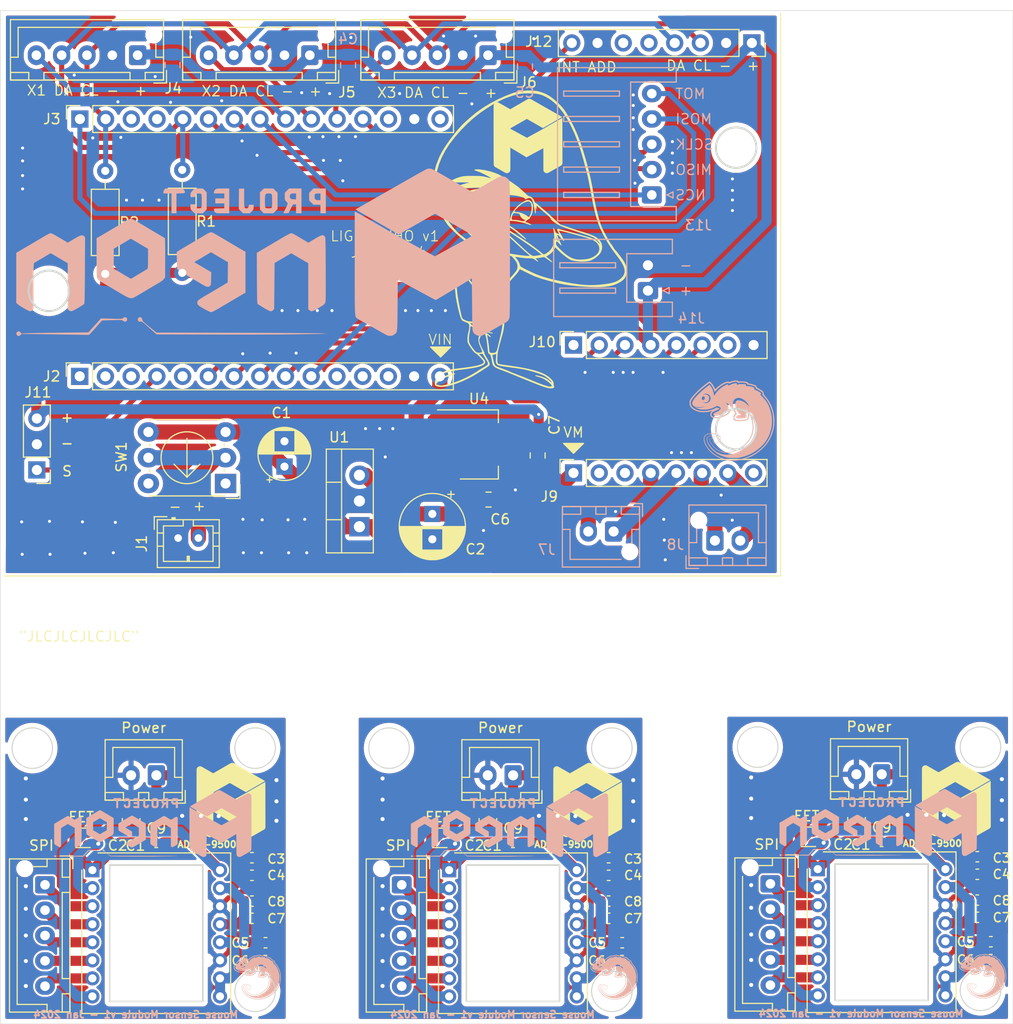
<source format=kicad_pcb>
(kicad_pcb (version 20221018) (generator pcbnew)
  (layers (0 "F.Cu" signal) (31 "B.Cu" signal) (34 "B.Paste" user) (35 "F.Paste" user) (36 "B.SilkS" user "B.Silkscreen") (37 "F.SilkS" user "F.Silkscreen") (38 "B.Mask" user) (39 "F.Mask" user) (44 "Edge.Cuts" user))
  (net 0 "")
  (net 1 "GND")
  (net 2 "5V")
  (net 3 "2s")
  (net 7 "IR")
  (net 9 "AIN1")
  (net 10 "AIN2")
  (net 11 "BIN1")
  (net 12 "BIN2")
  (net 13 "motion")
  (net 17 "MOSI sm")
  (net 18 "SCL")
  (net 21 "SDA")
  (net 22 "MISO sm")
  (net 23 "sclk")
  (net 24 "SS{slash}CS")
  (net 25 "XSHUT1")
  (net 26 "XSHUT2")
  (net 27 "XSHUT3")
  (net 28 "INT")
  (net 30 "3V3")
  (net 31 "AO2")
  (net 32 "AO1")
  (net 33 "BO2")
  (net 34 "BO1")
  (net 43 "Net-(J1-Pin_2)")
  (footprint "Capacitor_SMD:C_0603_1608Metric" (layer "F.Cu") (at 54.853 125.335)
    (fp_text reference "C4")
    (fp_text value "3.3uF" hide)
  )
  (footprint "Logos:ligeirinho" (layer "F.Cu") (at 81.995 62.575)
    (fp_text reference "G***" hide)
    (fp_text value "LOGO" hide)
  )
  (footprint "Package_TO_SOT_SMD:SOT-416" (layer "F.Cu") (at 37.986 121.635 180)
    (fp_text reference "FET")
    (fp_text value "NTA4151PT1G " hide)
  )
  (footprint "Connector_JST:JST_XH_B2B-XH-A_1x02_P2.50mm_Vertical" (layer "F.Cu") (at 117.04 115.366 180)
    (fp_text reference "Power")
    (fp_text value "Power supply" hide)
  )
  (footprint "Resistor_THT:R_Axial_DIN0207_L6.3mm_D2.5mm_P10.16mm_Horizontal" (layer "F.Cu") (at 40.365 55.825 -90)
    (fp_text reference "R2")
    (fp_text value "4k7")
  )
  (footprint "Connector_PinSocket_2.54mm:PinSocket_1x08_P2.54mm_Vertical" (layer "F.Cu") (at 86.605 73.005 90)
    (fp_text reference "J10")
    (fp_text value "ponte H ld ESP")
  )
  (footprint "Capacitor_SMD:C_0603_1608Metric" (layer "F.Cu") (at 126.477 123.5)
    (fp_text reference "C3")
    (fp_text value "100nF" hide)
  )
  (footprint "Capacitor_SMD:C_0603_1608Metric" (layer "F.Cu") (at 54.847 127.878)
    (fp_text reference "C8")
    (fp_text value "10uF" hide)
  )
  (footprint "Connector_PinHeader_2.54mm:PinHeader_1x03_P2.54mm_Vertical" (layer "F.Cu") (at 33.615 85.335 180)
    (fp_text reference "J11")
    (fp_text value "VS1838B")
  )
  (footprint "Connector_JST:JST_PH_B2B-PH-K_1x02_P2.00mm_Vertical" (layer "F.Cu") (at 47.565 92.055)
    (fp_text reference "J1")
    (fp_text value "Bateria")
  )
  (footprint "Connector_PinSocket_2.54mm:PinSocket_1x08_P2.54mm_Vertical" (layer "F.Cu") (at 104.215 43.195 -90)
    (fp_text reference "J12")
    (fp_text value "MPU6050")
  )
  (footprint "Capacitor_SMD:C_0603_1608Metric" (layer "F.Cu") (at 126.471 127.778)
    (fp_text reference "C8")
    (fp_text value "10uF" hide)
  )
  (footprint "Capacitor_SMD:C_0603_1608Metric" (layer "F.Cu") (at 78.51 119.87 -90)
    (fp_text reference "C1")
    (fp_text value "100nF" hide)
  )
  (footprint "Package_TO_SOT_THT:TO-220-3_Vertical" (layer "F.Cu") (at 65.465 90.935 90)
    (fp_text reference "U1")
    (fp_text value "LM7805_TO220")
  )
  (footprint "ADNS9800Footprint:ADNS-9800" (layer "F.Cu") (at 74.324 124.825)
    (fp_text reference "ADNS-9500")
    (fp_text value "ADNS-9500" hide)
    (fp_line (start 1.7 -0.5) (end 10.9 -0.5) (stroke (width 0.15)) (layer "Edge.Cuts"))
    (fp_line (start 1.7 12.96) (end 1.7 -0.5) (stroke (width 0.15)) (layer "Edge.Cuts"))
    (fp_line (start 10.9 -0.5) (end 10.9 12.96) (stroke (width 0.15)) (layer "Edge.Cuts"))
    (fp_line (start 10.9 12.96) (end 1.7 12.96) (stroke (width 0.15)) (layer "Edge.Cuts"))
  )
  (footprint "Package_TO_SOT_SMD:SOT-223-3_TabPin2" (layer "F.Cu") (at 77.275 82.815)
    (fp_text reference "U4")
    (fp_text value "AMS1117-3.3")
  )
  (footprint "Package_TO_SOT_SMD:SOT-416" (layer "F.Cu") (at 109.61 121.535 180)
    (fp_text reference "FET")
    (fp_text value "NTA4151PT1G " hide)
  )
  (footprint "Capacitor_SMD:C_0603_1608Metric" (layer "F.Cu") (at 90.077 123.6)
    (fp_text reference "C3")
    (fp_text value "100nF" hide)
  )
  (footprint "Package_TO_SOT_SMD:SOT-416" (layer "F.Cu") (at 73.21 121.635 180)
    (fp_text reference "FET")
    (fp_text value "NTA4151PT1G " hide)
  )
  (footprint "Capacitor_SMD:C_0603_1608Metric" (layer "F.Cu") (at 127.813 131.887)
    (fp_text reference "C5")
    (fp_text value "100nF" hide)
  )
  (footprint "Logos:N-neon-logo-7mm" (layer "F.Cu") (at 52.786 117.885)
    (fp_text reference "G***" hide)
    (fp_text value "LOGO" hide)
  )
  (footprint "Connector_JST:JST_XH_B5B-XH-AM_1x05_P2.50mm_Vertical" (layer "F.Cu") (at 78.165 44.405 180)
    (fp_text reference "J6")
    (fp_text value "VL53L0X  3")
  )
  (footprint "Capacitor_SMD:C_0603_1608Metric" (layer "F.Cu") (at 91.4 133.745)
    (fp_text reference "C6")
    (fp_text value "10uF" hide)
  )
  (footprint "Capacitor_SMD:C_0603_1608Metric" (layer "F.Cu") (at 54.847 129.578)
    (fp_text reference "C7")
    (fp_text value "100nF" hide)
  )
  (footprint "Capacitor_THT:CP_Radial_D5.0mm_P2.50mm" (layer "F.Cu") (at 58.065 85.005 90)
    (fp_text reference "C1")
    (fp_text value "10uF")
  )
  (footprint "Capacitor_SMD:C_0603_1608Metric" (layer "F.Cu") (at 43.286 119.87 -90)
    (fp_text reference "C1")
    (fp_text value "100nF" hide)
  )
  (footprint "Capacitor_THT:CP_Radial_D6.3mm_P2.50mm" (layer "F.Cu") (at 72.665 89.672621 -90)
    (fp_text reference "C2")
    (fp_text value "100uF")
  )
  (footprint "ADNS9800Footprint:ADNS-9800" (layer "F.Cu") (at 39.1 124.825)
    (fp_text reference "ADNS-9500")
    (fp_text value "ADNS-9500" hide)
    (fp_line (start 1.7 -0.5) (end 10.9 -0.5) (stroke (width 0.15)) (layer "Edge.Cuts"))
    (fp_line (start 1.7 12.96) (end 1.7 -0.5) (stroke (width 0.15)) (layer "Edge.Cuts"))
    (fp_line (start 10.9 -0.5) (end 10.9 12.96) (stroke (width 0.15)) (layer "Edge.Cuts"))
    (fp_line (start 10.9 12.96) (end 1.7 12.96) (stroke (width 0.15)) (layer "Edge.Cuts"))
  )
  (footprint "Capacitor_SMD:C_0603_1608Metric" (layer "F.Cu") (at 56.176 133.745)
    (fp_text reference "C6")
    (fp_text value "10uF" hide)
  )
  (footprint "Capacitor_SMD:C_0603_1608Metric" (layer "F.Cu") (at 117.024 121.99)
    (fp_text reference "C9")
    (fp_text value "470pF" hide)
  )
  (footprint "Capacitor_SMD:C_0603_1608Metric" (layer "F.Cu") (at 126.477 125.235)
    (fp_text reference "C4")
    (fp_text value "3.3uF" hide)
  )
  (footprint "Capacitor_SMD:C_0603_1608Metric" (layer "F.Cu") (at 41.546 119.87 -90)
    (fp_text reference "C2")
    (fp_text value "1uF" hide)
  )
  (footprint "Connector_JST:JST_XH_B5B-XH-AM_1x05_P2.50mm_Vertical" (layer "F.Cu") (at 60.565 44.405 180)
    (fp_text reference "J5")
    (fp_text value "VL53L0X  2")
  )
  (footprint "Capacitor_SMD:C_0603_1608Metric" (layer "F.Cu") (at 45.4 122.09)
    (fp_text reference "C9")
    (fp_text value "470pF" hide)
  )
  (footprint "Capacitor_SMD:C_0603_1608Metric" (layer "F.Cu") (at 114.91 119.77 -90)
    (fp_text reference "C1")
    (fp_text value "100nF" hide)
  )
  (footprint "Capacitor_SMD:C_0603_1608Metric" (layer "F.Cu") (at 90.077 125.335)
    (fp_text reference "C4")
    (fp_text value "3.3uF" hide)
  )
  (footprint "Capacitor_SMD:C_0603_1608Metric" (layer "F.Cu") (at 56.189 131.987)
    (fp_text reference "C5")
    (fp_text value "100nF" hide)
  )
  (footprint "Resistor_THT:R_Axial_DIN0207_L6.3mm_D2.5mm_P10.16mm_Horizontal" (layer "F.Cu") (at 47.965 55.725 -90)
    (fp_text reference "R1")
    (fp_text value "4k7")
  )
  (footprint "Connector_JST:JST_XH_B5B-XH-AM_1x05_P2.50mm_Vertical" (layer "F.Cu") (at 106.044 126.175 -90)
    (fp_text reference "SPI")
    (fp_text value "SPI + Motion" hide)
  )
  (footprint "Connector_JST:JST_XH_B5B-XH-AM_1x05_P2.50mm_Vertical" (layer "F.Cu") (at 34.42 126.275 -90)
    (fp_text reference "SPI")
    (fp_text value "SPI + Motion" hide)
  )
  (footprint "Connector_JST:JST_XH_B2B-XH-A_1x02_P2.50mm_Vertical" (layer "F.Cu") (at 45.416 115.466 180)
    (fp_text reference "Power")
    (fp_text value "Power supply" hide)
  )
  (footprint "Capacitor_SMD:C_0603_1608Metric" (layer "F.Cu") (at 54.853 123.6)
    (fp_text reference "C3")
    (fp_text value "100nF" hide)
  )
  (footprint "Connector_JST:JST_XH_B5B-XH-AM_1x05_P2.50mm_Vertical" (layer "F.Cu") (at 69.644 126.275 -90)
    (fp_text reference "SPI")
    (fp_text value "SPI + Motion" hide)
  )
  (footprint "Logos:N-neon-logo-7mm" (layer "F.Cu") (at 124.41 117.785)
    (fp_text reference "G***" hide)
    (fp_text value "LOGO" hide)
  )
  (footprint "Capacitor_SMD:C_0603_1608Metric" (layer "F.Cu") (at 90.071 127.878)
    (fp_text reference "C8")
    (fp_text value "10uF" hide)
  )
  (footprint "Capacitor_SMD:C_0805_2012Metric_Pad1.18x1.45mm_HandSolder" (layer "F.Cu") (at 83.065 83.905 -90)
    (fp_text reference "C7")
    (fp_text value "10uF")
  )
  (footprint "Capacitor_SMD:C_0603_1608Metric" (layer "F.Cu") (at 76.77 119.87 -90)
    (fp_text reference "C2")
    (fp_text value "1uF" hide)
  )
  (footprint "Capacitor_SMD:C_0603_1608Metric" (layer "F.Cu") (at 91.413 131.987)
    (fp_text reference "C5")
    (fp_text value "100nF" hide)
  )
  (footprint "Connector_PinSocket_2.54mm:PinSocket_1x15_P2.54mm_Vertical" (layer "F.Cu") (at 37.865 50.705 90)
    (fp_text reference "J3")
    (fp_text value "ESP32 dir")
  )
  (footprint "Connector_JST:JST_XH_B2B-XH-A_1x02_P2.50mm_Vertical" (layer "F.Cu") (at 80.64 115.466 180)
    (fp_text reference "Power")
    (fp_text value "Power supply" hide)
  )
  (footprint "Capacitor_SMD:C_0603_1608Metric" (layer "F.Cu") (at 113.17 119.77 -90)
    (fp_text reference "C2")
    (fp_text value "1uF" hide)
  )
  (footprint "Connector_PinSocket_2.54mm:PinSocket_1x15_P2.54mm_Vertical" (layer "F.Cu") (at 37.845 76.095 90)
    (fp_text reference "J2")
    (fp_text value "ESP32 esq")
  )
  (footprint "Capacitor_SMD:C_0603_1608Metric" (layer "F.Cu") (at 80.624 122.09)
    (fp_text reference "C9")
    (fp_text value "470pF" hide)
  )
  (footprint "Connector_PinSocket_2.54mm:PinSocket_1x08_P2.54mm_Vertical" (layer "F.Cu") (at 86.605 85.63 90)
    (fp_text reference "J9")
    (fp_text value "ponte H ld motores")
  )
  (footprint "Logos:N-neon-logo-7mm" (layer "F.Cu") (at 82.115 52.355)
    (fp_text reference "G***" hide)
    (fp_text value "LOGO" hide)
  )
  (footprint "Capacitor_SMD:C_0603_1608Metric" (layer "F.Cu") (at 126.471 129.478)
    (fp_text reference "C7")
    (fp_text value "100nF" hide)
  )
  (footprint "Button_Switch_THT:Nidec_Copal_SH-7010C" (layer "F.Cu") (at 52.2475 86.6675 180)
    (fp_text reference "SW1")
    (fp_text value "SW_Push")
  )
  (footprint "Connector_JST:JST_XH_B5B-XH-AM_1x05_P2.50mm_Vertical" (layer "F.Cu") (at 43.565 44.405 180)
    (fp_text reference "J4")
    (fp_text value "VL53L0X  1")
  )
  (footprint "Capacitor_SMD:C_0603_1608Metric" (layer "F.Cu") (at 90.071 129.578)
    (fp_text reference "C7")
    (fp_text value "100nF" hide)
  )
  (footprint "ADNS9800Footprint:ADNS-9800" (layer "F.Cu") (at 110.724 124.725)
    (fp_text reference "ADNS-9500")
    (fp_text value "ADNS-9500" hide)
    (fp_line (start 1.7 -0.5) (end 10.9 -0.5) (stroke (width 0.15)) (layer "Edge.Cuts"))
    (fp_line (start 1.7 12.96) (end 1.7 -0.5) (stroke (width 0.15)) (layer "Edge.Cuts"))
    (fp_line (start 10.9 -0.5) (end 10.9 12.96) (stroke (width 0.15)) (layer "Edge.Cuts"))
    (fp_line (start 10.9 12.96) (end 1.7 12.96) (stroke (width 0.15)) (layer "Edge.Cuts"))
  )
  (footprint "Logos:N-neon-logo-7mm" (layer "F.Cu") (at 88.01 117.885)
    (fp_text reference "G***" hide)
    (fp_text value "LOGO" hide)
  )
  (footprint "Capacitor_SMD:C_0805_2012Metric_Pad1.18x1.45mm_HandSolder" (layer "F.Cu") (at 78.215 88.255)
    (fp_text reference "C6")
    (fp_text value "100nF" hide)
  )
  (footprint "Capacitor_SMD:C_0603_1608Metric" (layer "F.Cu") (at 127.8 133.645)
    (fp_text reference "C6")
    (fp_text value "10uF" hide)
  )
  (footprint "Capacitor_SMD:C_0805_2012Metric_Pad1.18x1.45mm_HandSolder" (layer "B.Cu") (at 81.815 45.5225 -90)
    (fp_text reference "C5")
    (fp_text value "10uf" hide)
  )
  (footprint "Logos:neon-logo-vertical-50mm" (layer "B.Cu") (at 55.910688 64.240635 180)
    (fp_text reference "G***" hide)
    (fp_text value "LOGO" hide)
  )
  (footprint "Connector_JST:JST_XH_S2B-XH-A_1x02_P2.50mm_Horizontal" (layer "B.Cu") (at 93.955 67.635 90)
    (fp_text reference "J14")
    (fp_text value "ADNS-9500 3V3")
  )
  (footprint "Logos:Camaneon-preto-e-branco-9mm" (layer "B.Cu") (at 102.215 80.455 180)
    (fp_text reference "G***" hide)
    (fp_text value "LOGO" hide)
  )
  (footprint "Logos:neon-logo-vertical-20mm" (layer "B.Cu") (at 45.047907 120.388456 180)
    (fp_text reference "G***" hide)
    (fp_text value "LOGO" hide)
  )
  (footprint "Capacitor_SMD:C_0805_2012Metric_Pad1.18x1.45mm_HandSolder" (layer "B.Cu") (at 47.015 45.3725 -90)
    (fp_text reference "C3" hide)
    (fp_text value "10uf" hide)
  )
  (footprint "Logos:Camaneon-preto-e-branco-5mm" (layer "B.Cu") (at 126.99 135.285 180)
    (fp_text reference "G***" hide)
    (fp_text value "LOGO" hide)
  )
  (footprint "Logos:neon-logo-vertical-20mm" (layer "B.Cu") (at 80.271907 120.388456 180)
    (fp_text reference "G***" hide)
    (fp_text value "LOGO" hide)
  )
  (footprint "Connector_JST:JST_XH_S5B-XH-A_1x05_P2.50mm_Horizontal" (layer "B.Cu") (at 94.335 58.195 90)
    (fp_text reference "J13")
    (fp_text value "ADNS-9500")
  )
  (footprint "Logos:neon-logo-vertical-20mm" (layer "B.Cu") (at 116.671907 120.288456 180)
    (fp_text reference "G***" hide)
    (fp_text value "LOGO" hide)
  )
  (footprint "Logos:Camaneon-preto-e-branco-5mm" (layer "B.Cu") (at 90.59 135.385 180)
    (fp_text reference "G***" hide)
    (fp_text value "LOGO" hide)
  )
  (footprint "Capacitor_SMD:C_0805_2012Metric_Pad1.18x1.45mm_HandSolder" (layer "B.Cu") (at 64.345 45.3925 -90)
    (fp_text reference "C4")
    (fp_text value "10uf" hide)
  )
  (footprint "Connector_JST:JST_XH_B2B-XH-AM_1x02_P2.50mm_Vertical" (layer "B.Cu") (at 100.565 92.305)
    (fp_text reference "J8")
    (fp_text value "Motor B")
  )
  (footprint "Logos:Camaneon-preto-e-branco-5mm" (layer "B.Cu") (at 55.366 135.385 180)
    (fp_text reference "G***" hide)
    (fp_text value "LOGO" hide)
  )
  (footprint "Connector_JST:JST_XH_B2B-XH-AM_1x02_P2.50mm_Vertical" (layer "B.Cu") (at 90.565 91.405 180)
    (fp_text reference "J7" hide)
    (fp_text value "Motor A")
  )
  (gr_poly (pts (xy 85.605 82.705) (xy 87.605 82.705) (xy 86.605 83.705)) (stroke (width 0.1)) (fill solid) (layer "F.SilkS"))
  (gr_line (start 30.4 95.8) (end 107.05 95.8) (stroke (width 0.1)) (layer "F.SilkS"))
  (gr_line (start 107.05 95.8) (end 107.05 40.25) (stroke (width 0.1)) (layer "F.SilkS"))
  (gr_poly (pts (xy 72.485 73.195) (xy 74.485 73.195) (xy 73.485 74.195)) (stroke (width 0.1)) (fill solid) (layer "F.SilkS"))
  (gr_circle (center 33.166 112.785) (end 35.166 112.785) (stroke (width 0.1)) (fill none) (layer "Edge.Cuts"))
  (gr_circle (center 104.79 112.685) (end 106.79 112.685) (stroke (width 0.1)) (fill none) (layer "Edge.Cuts"))
  (gr_rect (start 30 40) (end 130 140) (stroke (width 0.05)) (fill none) (layer "Edge.Cuts"))
  (gr_circle (center 68.39 112.785) (end 70.39 112.785) (stroke (width 0.1)) (fill none) (layer "Edge.Cuts"))
  (gr_circle (center 55.166 112.785) (end 57.166 112.785) (stroke (width 0.1)) (fill none) (layer "Edge.Cuts"))
  (gr_circle (center 126.79 112.685) (end 128.79 112.685) (stroke (width 0.1)) (fill none) (layer "Edge.Cuts"))
  (gr_circle (center 126.79 136.685) (end 128.79 136.685) (stroke (width 0.1)) (fill none) (layer "Edge.Cuts"))
  (gr_circle (center 34.795 67.655) (end 36.795 67.655) (stroke (width 0.2)) (fill none) (layer "Edge.Cuts"))
  (gr_circle (center 90.39 112.785) (end 92.39 112.785) (stroke (width 0.1)) (fill none) (layer "Edge.Cuts"))
  (gr_circle (center 55.166 136.785) (end 57.166 136.785) (stroke (width 0.1)) (fill none) (layer "Edge.Cuts"))
  (gr_circle (center 90.39 136.785) (end 92.39 136.785) (stroke (width 0.1)) (fill none) (layer "Edge.Cuts"))
  (gr_circle (center 102.665 53.525) (end 104.665 53.525) (stroke (width 0.2)) (fill none) (layer "Edge.Cuts"))
  (gr_circle (center 102.665 81.305) (end 104.665 81.305) (stroke (width 0.2)) (fill none) (layer "Edge.Cuts"))
  (gr_text "MISO" (at 100.365 56.29675) (layer "B.SilkS") (effects (font (size 1 1) (thickness 0.125)) (justify left bottom mirror)))
  (gr_text "+" (at 98.405 68.205625) (layer "B.SilkS") (effects (font (size 1 1) (thickness 0.125)) (justify left bottom mirror)))
  (gr_text "NCS" (at 99.745953 58.79675) (layer "B.SilkS") (effects (font (size 1 1) (thickness 0.125)) (justify left bottom mirror)))
  (gr_text "Mouse Sensor Module v1 - Jan 2024" (at 125.2 139.385) (layer "B.SilkS") (effects (font (size 0.7 0.7) (thickness 0.175) bold) (justify left bottom mirror)))
  (gr_text "Mouse Sensor Module v1 - Jan 2024" (at 53.576 139.485) (layer "B.SilkS") (effects (font (size 0.7 0.7) (thickness 0.175) bold) (justify left bottom mirror)))
  (gr_text "MOSI" (at 100.365 51.29675) (layer "B.SilkS") (effects (font (size 1 1) (thickness 0.125)) (justify left bottom mirror)))
  (gr_text "MOT" (at 99.698334 48.79675) (layer "B.SilkS") (effects (font (size 1 1) (thickness 0.125)) (justify left bottom mirror)))
  (gr_text "SCLK" (at 100.507858 53.79675) (layer "B.SilkS") (effects (font (size 1 1) (thickness 0.125)) (justify left bottom mirror)))
  (gr_text "Mouse Sensor Module v1 - Jan 2024" (at 88.8 139.485) (layer "B.SilkS") (effects (font (size 0.7 0.7) (thickness 0.175) bold) (justify left bottom mirror)))
  (gr_text "-" (at 98.405 65.705625) (layer "B.SilkS") (effects (font (size 1 1) (thickness 0.125)) (justify left bottom mirror)))
  (gr_text "VIN" (at 72.205 73.055) (layer "F.SilkS") (effects (font (size 1 1) (thickness 0.1)) (justify left bottom)))
  (gr_text "X3 DA CL -  +" (at 67.135 48.685) (layer "F.SilkS") (effects (font (size 1 1) (thickness 0.125)) (justify left bottom)))
  (gr_text "LIGEIRINHO v1 \nJAN/2024" (at 68.365 64.455) (layer "F.SilkS") (effects (font (size 1 1) (thickness 0.1)) (justify bottom)))
  (gr_text "+" (at 37.315 79.705 180) (layer "F.SilkS") (effects (font (size 1 1)) (justify left bottom)))
  (gr_text "-" (at 37.315 82.245 180) (layer "F.SilkS") (effects (font (size 1 1)) (justify left bottom)))
  (gr_text "X1 DA CL -  +" (at 32.545 48.465) (layer "F.SilkS") (effects (font (size 1 1) (thickness 0.125)) (justify left bottom)))
  (gr_text "-" (at 47.965 88.505 180) (layer "F.SilkS") (effects (font (size 1 1) (thickness 0.125)) (justify left bottom)))
  (gr_text "VM" (at 86.605 82.215) (layer "F.SilkS") (effects (font (size 1 1) (thickness 0.125)) (justify bottom)))
  (gr_text "DA CL -  +" (at 95.695 46.015) (layer "F.SilkS") (effects (font (size 1 1) (thickness 0.125)) (justify left bottom)))
  (gr_text "X2 DA CL -  +" (at 49.805 48.535) (layer "F.SilkS") (effects (font (size 1 1) (thickness 0.125)) (justify left bottom)))
  (gr_text "+" (at 50.165 89.655 90) (layer "F.SilkS") (effects (font (size 1 1) (thickness 0.125)) (justify left bottom)))
  (gr_text "INT ADD" (at 84.865 46.165) (layer "F.SilkS") (effects (font (size 1 1) (thickness 0.125)) (justify left bottom)))
  (gr_text "{dblquote}JLCJLCJLCJLC{dblquote}" (at 31.8 102.35) (layer "F.SilkS") (effects (font (size 1 1) (thickness 0.1)) (justify left bottom)))
  (gr_text "S" (at 37.172143 84.785 180) (layer "F.SilkS") (effects (font (size 1 1)) (justify left bottom)))
  (segment (start 34.42 131.275) (end 35.09 131.945) (width 1) (layer "F.Cu") (net 0))
  (segment (start 81.399 122.09) (end 84.189 122.09) (width 1) (layer "F.Cu") (net 0))
  (segment (start 110.724 124.725) (end 113.459 121.99) (width 1) (layer "F.Cu") (net 0))
  (segment (start 84.189 122.09) (end 86.924 124.825) (width 1) (layer "F.Cu") (net 0))
  (segment (start 120.589 121.99) (end 123.324 124.725) (width 1) (layer "F.Cu") (net 0))
  (segment (start 123.324 130.065) (end 125.109 130.065) (width 1) (layer "F.Cu") (net 0))
  (segment (start 125.696 129.478) (end 125.696 127.778) (width 1) (layer "F.Cu") (net 0))
  (segment (start 74.904 122.2195) (end 74.7885 122.335) (width 1) (layer "F.Cu") (net 0))
  (segment (start 69.644 128.775) (end 71.034 130.165) (width 1) (layer "F.Cu") (net 0))
  (segment (start 77.059 122.09) (end 79.849 122.09) (width 1) (layer "F.Cu") (net 0))
  (segment (start 70.314 131.945) (end 74.324 131.945) (width 1) (layer "F.Cu") (net 0))
  (segment (start 39.5645 122.335) (end 38.636 122.335) (width 1) (layer "F.Cu") (net 0))
  (segment (start 34.42 136.275) (end 35.19 135.505) (width 1) (layer "F.Cu") (net 0))
  (segment (start 108.154 128.285) (end 110.724 128.285) (width 1) (layer "F.Cu") (net 0))
  (segment (start 106.714 131.845) (end 110.724 131.845) (width 1) (layer "F.Cu") (net 0))
  (segment (start 51.7 130.165) (end 53.485 130.165) (width 1) (layer "F.Cu") (net 0))
  (segment (start 71.754 128.385) (end 74.324 128.385) (width 1) (layer "F.Cu") (net 0))
  (segment (start 37.336 123.061) (end 39.1 124.825) (width 1) (layer "F.Cu") (net 0))
  (segment (start 111.1885 122.235) (end 110.26 122.235) (width 1) (layer "F.Cu") (net 0))
  (segment (start 113.459 121.99) (end 116.249 121.99) (width 1) (layer "F.Cu") (net 0))
  (segment (start 72.56 123.061) (end 74.324 124.825) (width 1) (layer "F.Cu") (net 0))
  (segment (start 110.674 133.675) (end 110.724 133.625) (width 1) (layer "F.Cu") (net 0))
  (segment (start 37.336 121.635) (end 37.336 123.061) (width 1) (layer "F.Cu") (net 0))
  (segment (start 106.044 128.675) (end 107.434 130.065) (width 1) (layer "F.Cu") (net 0))
  (segment (start 34.42 126.275) (end 36.53 128.385) (width 1) (layer "F.Cu") (net 0))
  (segment (start 111.304 122.1195) (end 111.1885 122.235) (width 1) (layer "F.Cu") (net 0))
  (segment (start 39.68 122.2195) (end 39.5645 122.335) (width 1) (layer "F.Cu") (net 0))
  (segment (start 53.485 130.165) (end 54.072 129.578) (width 1) (layer "F.Cu") (net 0))
  (segment (start 35.81 130.165) (end 39.1 130.165) (width 1) (layer "F.Cu") (net 0))
  (segment (start 34.42 128.775) (end 35.81 130.165) (width 1) (layer "F.Cu") (net 0))
  (segment (start 35.09 131.945) (end 39.1 131.945) (width 1) (layer "F.Cu") (net 0))
  (segment (start 39.1 124.825) (end 41.835 122.09) (width 1) (layer "F.Cu") (net 0))
  (segment (start 69.644 136.275) (end 70.414 135.505) (width 1) (layer "F.Cu") (net 0))
  (segment (start 125.109 130.065) (end 125.696 129.478) (width 1) (layer "F.Cu") (net 0))
  (segment (start 54.072 129.578) (end 54.072 127.878) (width 1) (layer "F.Cu") (net 0))
  (segment (start 69.644 126.275) (end 71.754 128.385) (width 1) (layer "F.Cu") (net 0))
  (segment (start 108.96 121.535) (end 108.96 122.961) (width 1) (layer "F.Cu") (net 0))
  (segment (start 46.175 122.09) (end 48.965 122.09) (width 1) (layer "F.Cu") (net 0))
  (segment (start 89.296 129.578) (end 89.296 127.878) (width 1) (layer "F.Cu") (net 0))
  (segment (start 108.96 122.961) (end 110.724 124.725) (width 1) (layer "F.Cu") (net 0))
  (segment (start 69.644 131.275) (end 70.314 131.945) (width 1) (layer "F.Cu") (net 0))
  (segment (start 106.044 131.175) (end 106.714 131.845) (width 1) (layer "F.Cu") (net 0))
  (segment (start 72.56 121.635) (end 72.56 123.061) (width 1) (layer "F.Cu") (net 0))
  (segment (start 34.42 133.775) (end 39.05 133.775) (width 1) (layer "F.Cu") (net 0))
  (segment (start 74.7885 122.335) (end 73.86 122.335) (width 1) (layer "F.Cu") (net 0))
  (segment (start 39.05 133.775) (end 39.1 133.725) (width 1) (layer "F.Cu") (net 0))
  (segment (start 106.044 136.175) (end 106.814 135.405) (width 1) (layer "F.Cu") (net 0))
  (segment (start 70.414 135.505) (end 74.324 135.505) (width 1) (layer "F.Cu") (net 0))
  (segment (start 41.835 122.09) (end 44.625 122.09) (width 1) (layer "F.Cu") (net 0))
  (segment (start 106.814 135.405) (end 110.724 135.405) (width 1) (layer "F.Cu") (net 0))
  (segment (start 69.644 133.775) (end 74.274 133.775) (width 1) (layer "F.Cu") (net 0))
  (segment (start 71.034 130.165) (end 74.324 130.165) (width 1) (layer "F.Cu") (net 0))
  (segment (start 48.965 122.09) (end 51.7 124.825) (width 1) (layer "F.Cu") (net 0))
  (segment (start 35.19 135.505) (end 39.1 135.505) (width 1) (layer "F.Cu") (net 0))
  (segment (start 106.044 133.675) (end 110.674 133.675) (width 1) (layer "F.Cu") (net 0))
  (segment (start 117.799 121.99) (end 120.589 121.99) (width 1) (layer "F.Cu") (net 0))
  (segment (start 74.274 133.775) (end 74.324 133.725) (width 1) (layer "F.Cu") (net 0))
  (segment (start 106.044 126.175) (end 108.154 128.285) (width 1) (layer "F.Cu") (net 0))
  (segment (start 88.709 130.165) (end 89.296 129.578) (width 1) (layer "F.Cu") (net 0))
  (segment (start 107.434 130.065) (end 110.724 130.065) (width 1) (layer "F.Cu") (net 0))
  (segment (start 36.53 128.385) (end 39.1 128.385) (width 1) (layer "F.Cu") (net 0))
  (segment (start 74.324 124.825) (end 77.059 122.09) (width 1) (layer "F.Cu") (net 0))
  (segment (start 86.924 130.165) (end 88.709 130.165) (width 1) (layer "F.Cu") (net 0))
  (via (at 39.68 122.2195) (size 0.8) (drill 0.4) (layers "F.Cu" "B.Cu") (net 0))
  (via (at 111.304 122.1195) (size 0.8) (drill 0.4) (layers "F.Cu" "B.Cu") (net 0))
  (via (at 74.904 122.2195) (size 0.8) (drill 0.4) (layers "F.Cu" "B.Cu") (net 0))
  (segment (start 82.9815 121.0195) (end 73.632444 121.0195) (width 1) (layer "B.Cu") (net 0))
  (segment (start 119.3815 120.9195) (end 110.032444 120.9195) (width 1) (layer "B.Cu") (net 0))
  (segment (start 72.924 123.425) (end 74.1295 122.2195) (width 1) (layer "B.Cu") (net 0))
  (segment (start 39.1 126.605) (end 38.08 126.605) (width 1) (layer "B.Cu") (net 0))
  (segment (start 110.5295 122.1195) (end 111.304 122.1195) (width 1) (layer "B.Cu") (net 0))
  (segment (start 37.7 123.425) (end 38.9055 122.2195) (width 1) (layer "B.Cu") (net 0))
  (segment (start 109.324 126.125) (end 109.324 123.325) (width 1) (layer "B.Cu") (net 0))
  (segment (start 123.187 124.725) (end 119.3815 120.9195) (width 1) (layer "B.Cu") (net 0))
  (segment (start 110.032444 120.9195) (end 107.942 123.009944) (width 1) (layer "B.Cu") (net 0))
  (segment (start 38.9055 122.2195) (end 39.68 122.2195) (width 1) (layer "B.Cu") (net 0))
  (segment (start 86.787 124.825) (end 82.9815 121.0195) (width 1) (layer "B.Cu") (net 0))
  (segment (start 110.724 126.505) (end 109.704 126.505) (width 1) (layer "B.Cu") (net 0))
  (segment (start 72.821 137.285) (end 74.324 137.285) (width 1) (layer "B.Cu") (net 0))
  (segment (start 36.318 136.006) (end 37.597 137.285) (width 1) (layer "B.Cu") (net 0))
  (segment (start 73.304 126.605) (end 72.924 126.225) (width 1) (layer "B.Cu") (net 0))
  (segment (start 109.324 123.325) (end 110.5295 122.1195) (width 1) (layer "B.Cu") (net 0))
  (segment (start 36.318 123.109944) (end 36.318 136.006) (width 1) (layer "B.Cu") (net 0))
  (segment (start 71.542 123.109944) (end 71.542 136.006) (width 1) (layer "B.Cu") (net 0))
  (segment (start 74.1295 122.2195) (end 74.904 122.2195) (width 1) (layer "B.Cu") (net 0))
  (segment (start 51.563 124.825) (end 47.7575 121.0195) (width 1) (layer "B.Cu") (net 0))
  (segment (start 38.08 126.605) (end 37.7 126.225) (width 1) (layer "B.Cu") (net 0))
  (segment (start 86.924 124.825) (end 86.787 124.825) (width 1) (layer "B.Cu") (net 0))
  (segment (start 51.7 124.825) (end 51.563 124.825) (width 1) (layer "B.Cu") (net 0))
  (segment (start 38.408444 121.0195) (end 36.318 123.109944) (width 1) (layer "B.Cu") (net 0))
  (segment (start 107.942 135.906) (end 109.221 137.185) (width 1) (layer "B.Cu") (net 0))
  (segment (start 109.221 137.185) (end 110.724 137.185) (width 1) (layer "B.Cu") (net 0))
  (segment (start 37.7 126.225) (end 37.7 123.425) (width 1) (layer "B.Cu") (net 0))
  (segment (start 37.597 137.285) (end 39.1 137.285) (width 1) (layer "B.Cu") (net 0))
  (segment (start 71.542 136.006) (end 72.821 137.285) (width 1) (layer "B.Cu") (net 0))
  (segment (start 107.942 123.009944) (end 107.942 135.906) (width 1) (layer "B.Cu") (net 0))
  (segment (start 72.924 126.225) (end 72.924 123.425) (width 1) (layer "B.Cu") (net 0))
  (segment (start 47.7575 121.0195) (end 38.408444 121.0195) (width 1) (layer "B.Cu") (net 0))
  (segment (start 74.324 126.605) (end 73.304 126.605) (width 1) (layer "B.Cu") (net 0))
  (segment (start 123.324 124.725) (end 123.187 124.725) (width 1) (layer "B.Cu") (net 0))
  (segment (start 73.632444 121.0195) (end 71.542 123.109944) (width 1) (layer "B.Cu") (net 0))
  (segment (start 109.704 126.505) (end 109.324 126.125) (width 1) (layer "B.Cu") (net 0))
  (via (at 92.675 57.035) (size 0.6) (drill 0.3) (layers "F.Cu" "B.Cu") (net 1))
  (via (at 57.276 118.035) (size 0.8) (drill 0.4) (layers "F.Cu" "B.Cu") (net 1))
  (via (at 34.865 90.405) (size 0.6) (drill 0.3) (layers "F.Cu" "B.Cu") (net 1))
  (via (at 104.15 119.685) (size 0.8) (drill 0.4) (layers "F.Cu" "B.Cu") (net 1))
  (via (at 83.19 119.465) (size 0.8) (drill 0.4) (layers "F.Cu" "B.Cu") (net 1))
  (via (at 38.365 93.555) (size 0.6) (drill 0.3) (layers "F.Cu" "B.Cu") (net 1))
  (via (at 102.295 57.745) (size 0.6) (drill 0.3) (layers "F.Cu" "B.Cu") (net 1))
  (via (at 95.565 92.255) (size 0.6) (drill 0.3) (layers "F.Cu" "B.Cu") (net 1))
  (via (at 37.305 46.365) (size 0.6) (drill 0.3) (layers "F.Cu" "B.Cu") (net 1))
  (via (at 57.276 115.945) (size 0.8) (drill 0.4) (layers "F.Cu" "B.Cu") (net 1))
  (via (at 32.526 136.255) (size 0.8) (drill 0.4) (layers "F.Cu" "B.Cu") (net 1))
  (via (at 32.205 57.595) (size 0.6) (drill 0.3) (layers "F.Cu" "B.Cu") (net 1))
  (via (at 46.815 49.055) (size 0.6) (drill 0.3) (layers "F.Cu" "B.Cu") (net 1))
  (via (at 58.415 90.255) (size 0.6) (drill 0.3) (layers "F.Cu" "B.Cu") (net 1))
  (via (at 56.645 73.805) (size 0.6) (drill 0.3) (layers "F.Cu" "B.Cu") (net 1))
  (via (at 59.395 69.605) (size 0.6) (drill 0.3) (layers "F.Cu" "B.Cu") (net 1))
  (via (at 104.15 126.305) (size 0.8) (drill 0.4) (layers "F.Cu" "B.Cu") (net 1))
  (via (at 101.185 87.815) (size 0.6) (drill 0.3) (layers "F.Cu" "B.Cu") (net 1))
  (via (at 32.115 90.455) (size 0.6) (drill 0.3) (layers "F.Cu" "B.Cu") (net 1))
  (via (at 96.365 56.055) (size 0.6) (drill 0.3) (layers "F.Cu" "B.Cu") (net 1))
  (via (at 90.755 89.435) (size 0.6) (drill 0.3) (layers "F.Cu" "B.Cu") (net 1))
  (via (at 32.205 54.835) (size 0.6) (drill 0.3) (layers "F.Cu" "B.Cu") (net 1))
  (via (at 62.525 48.195) (size 0.6) (drill 0.3) (layers "F.Cu" "B.Cu") (net 1))
  (via (at 32.205 53.565) (size 0.6) (drill 0.3) (layers "F.Cu" "B.Cu") (net 1))
  (via (at 65.075 52.445) (size 0.6) (drill 0.3) (layers "F.Cu" "B.Cu") (net 1))
  (via (at 92.505 49.365) (size 0.6) (drill 0.3) (layers "F.Cu" "B.Cu") (net 1))
  (via (at 53.875 52.865) (size 0.6) (drill 0.3) (layers "F.Cu" "B.Cu") (net 1))
  (via (at 92.505 51.745) (size 0.6) (drill 0.3) (layers "F.Cu" "B.Cu") (net 1))
  (via (at 67.75 128.635) (size 0.8) (drill 0.4) (layers "F.Cu" "B.Cu") (net 1))
  (via (at 68.015 84.055) (size 0.6) (drill 0.3) (layers "F.Cu" "B.Cu") (net 1))
  (via (at 128.9 119.855) (size 0.8) (drill 0.4) (layers "F.Cu" "B.Cu") (net 1))
  (via (at 67.75 131.275) (size 0.8) (drill 0.4) (layers "F.Cu" "B.Cu") (net 1))
  (via (at 55.865 90.255) (size 0.6) (drill 0.3) (layers "F.Cu" "B.Cu") (net 1))
  (via (at 128.9 117.935) (size 0.8) (drill 0.4) (layers "F.Cu" "B.Cu") (net 1))
  (via (at 69.435 48.195) (size 0.6) (drill 0.3) (layers "F.Cu" "B.Cu") (net 1))
  (via (at 92.505 48.325) (size 0.6) (drill 0.3) (layers "F.Cu" "B.Cu") (net 1))
  (via (at 32.205 56.285) (size 0.6) (drill 0.3) (layers "F.Cu" "B.Cu") (net 1))
  (via (at 82.685 42.775) (size 0.6) (drill 0.3) (layers "F.Cu" "B.Cu") (net 1))
  (via (at 92.5 118.035) (size 0.8) (drill 0.4) (layers "F.Cu" "B.Cu") (net 1))
  (via (at 71.245 69.605) (size 0.6) (drill 0.3) (layers "F.Cu" "B.Cu") (net 1))
  (via (at 44.045 58.705) (size 0.6) (drill 0.3) (layers "F.Cu" "B.Cu") (net 1))
  (via (at 53.965 90.205) (size 0.6) (drill 0.3) (layers "F.Cu" "B.Cu") (net 1))
  (via (at 77.715 91.305) (size 0.6) (drill 0.3) (layers "F.Cu" "B.Cu") (net 1))
  (via (at 62.755 69.605) (size 0.6) (drill 0.3) (layers "F.Cu" "B.Cu") (net 1))
  (via (at 123.19 119.395) (size 0.8) (drill 0.4) (layers "F.Cu" "B.Cu") (net 1))
  (via (at 96.365 52.935) (size 0.6) (drill 0.3) (layers "F.Cu" "B.Cu") (net 1))
  (via (at 67.75 119.785) (size 0.8) (drill 0.4) (layers "F.Cu" "B.Cu") (net 1))
  (via (at 73.775 42.515) (size 0.6) (drill 0.3) (layers "F.Cu" "B.Cu") (net 1))
  (via (at 59.215 73.805) (size 0.6) (drill 0.3) (layers "F.Cu" "B.Cu") (net 1))
  (via (at 98.245 83.625) (size 0.6) (drill 0.3) (layers "F.Cu" "B.Cu") (net 1))
  (via (at 92.485 75.705) (size 0.6) (drill 0.3) (layers "F.Cu" "B.Cu") (net 1))
  (via (at 102.295 59.735) (size 0.6) (drill 0.3) (layers "F.Cu" "B.Cu") (net 1))
  (via (at 96.365 55.015) (size 0.6) (drill 0.3) (layers "F.Cu" "B.Cu") (net 1))
  (via (at 95.665 94.205) (size 0.6) (drill 0.3) (layers "F.Cu" "B.Cu") (net 1))
  (via (at 58.476425 93.505) (size 0.6) (drill 0.3) (layers "F.Cu" "B.Cu") (net 1))
  (via (at 32.165 93.655) (size 0.6) (drill 0.3) (layers "F.Cu" "B.Cu") (net 1))
  (via (at 104.15 117.765) (size 0.8) (drill 0.4) (layers "F.Cu" "B.Cu") (net 1))
  (via (at 104.15 128.535) (size 0.8) (drill 0.4) (layers "F.Cu" "B.Cu") (net 1))
  (via (at 60.515 52.485) (size 0.6) (drill 0.3) (layers "F.Cu" "B.Cu") (net 1))
  (via (at 90.525 75.705) (size 0.6) (drill 0.3) (layers "F.Cu" "B.Cu") (net 1))
  (via (at 104.15 131.175) (size 0.8) (drill 0.4) (layers "F.Cu" "B.Cu") (net 1))
  (via (at 41.165 93.505) (size 0.6) (drill 0.3) (layers "F.Cu" "B.Cu") (net 1))
  (via (at 67.465 81.255) (size 0.6) (drill 0.3) (layers "F.Cu" "B.Cu") (net 1))
  (via (at 53.945 73.865) (size 0.6) (drill 0.3) (layers "F.Cu" "B.Cu") (net 1))
  (via (at 95.445 75.705) (size 0.6) (drill 0.3) (layers "F.Cu" "B.Cu") (net 1))
  (via (at 54.005 93.505) (size 0.6) (drill 0.3) (layers "F.Cu" "B.Cu") (net 1))
  (via (at 102.295 58.695) (size 0.6) (drill 0.3) (layers "F.Cu" "B.Cu") (net 1))
  (via (at 92.5 115.945) (size 0.8) (drill 0.4) (layers "F.Cu" "B.Cu") (net 1))
  (via (at 55.355 54.285) (size 0.6) (drill 0.3) (layers "F.Cu" "B.Cu") (net 1))
  (via (at 104.15 133.695) (size 0.8) (drill 0.4) (layers "F.Cu" "B.Cu") (net 1))
  (via (at 96.365 54.065) (size 0.6) (drill 0.3) (layers "F.Cu" "B.Cu") (net 1))
  (via (at 41.365 90.505) (size 0.6) (drill 0.3) (layers "F.Cu" "B.Cu") (net 1))
  (via (at 57.276 119.955) (size 0.8) (drill 0.4) (layers "F.Cu" "B.Cu") (net 1))
  (via (at 55.79357 93.505) (size 0.6) (drill 0.3) (layers "F.Cu" "B.Cu") (net 1))
  (via (at 61.915 54.785) (size 0.6) (drill 0.3) (layers "F.Cu" "B.Cu") (net 1))
  (via (at 67.75 136.255) (size 0.8) (drill 0.4) (layers "F.Cu" "B.Cu") (net 1))
  (via (at 67.75 115.775) (size 0.8) (drill 0.4) (layers "F.Cu" "B.Cu") (net 1))
  (via (at 45.675 58.705) (size 0.6) (drill 0.3) (layers "F.Cu" "B.Cu") (net 1))
  (via (at 61.305 69.605) (size 0.6) (drill 0.3) (layers "F.Cu" "B.Cu") (net 1))
  (via (at 32.526 117.865) (size 0.8) (drill 0.4) (layers "F.Cu" "B.Cu") (net 1))
  (via (at 68.765 81.255) (size 0.6) (drill 0.3) (layers "F.Cu" "B.Cu") (net 1))
  (via (at 45.295 46.515) (size 0.6) (drill 0.3) (layers "F.Cu" "B.Cu") (net 1))
  (via (at 92.5 119.955) (size 0.8) (drill 0.4) (layers "F.Cu" "B.Cu") (net 1))
  (via (at 73.955 69.605) (size 0.6) (drill 0.3) (layers "F.Cu" "B.Cu") (net 1))
  (via (at 41.905 52.515) (size 0.6) (drill 0.3) (layers "F.Cu" "B.Cu") (net 1))
  (via (at 91.505 75.705) (size 0.6) (drill 0.3) (layers "F.Cu" "B.Cu") (net 1))
  (via (at 104.15 115.675) (size 0.8) (drill 0.4) (layers "F.Cu" "B.Cu") (net 1))
  (via (at 51.865 48.905) (size 0.6) (drill 0.3) (layers "F.Cu" "B.Cu") (net 1))
  (via (at 32.526 131.275) (size 0.8) (drill 0.4) (layers "F.Cu" "B.Cu") (net 1))
  (via (at 47.966 119.465) (size 0.8) (drill 0.4) (layers "F.Cu" "B.Cu") (net 1))
  (via (at 70.015 69.605) (size 0.6) (drill 0.3) (layers "F.Cu" "B.Cu") (net 1))
  (via (at 41.615 49.005) (size 0.6) (drill 0.3) (layers "F.Cu" "B.Cu") (net 1))
  (via (at 60.265 93.505) (size 0.6) (drill 0.3) (layers "F.Cu" "B.Cu") (net 1))
  (via (at 95.515 90.205) (size 0.6) (drill 0.3) (layers "F.Cu" "B.Cu") (net 1))
  (via (at 63.825 56.795) (size 0.6) (drill 0.3) (layers "F.Cu" "B.Cu") (net 1))
  (via (at 32.526 115.775) (size 0.8) (drill 0.4) (layers "F.Cu" "B.Cu") (net 1))
  (via (at 87.745 75.705) (size 0.6) (drill 0.3) (layers "F.Cu" "B.Cu") (net 1))
  (via (at 61.865 52.445) (size 0.6) (drill 0.3) (layers "F.Cu" "B.Cu") (net 1))
  (via (at 38.115 90.455) (size 0.6) (drill 0.3) (layers "F.Cu" "B.Cu") (net 1))
  (via (at 60.065 90.205) (size 0.6) (drill 0.3) (layers "F.Cu" "B.Cu") (net 1))
  (via (at 92.625 54.775) (size 0.6) (drill 0.3) (layers "F.Cu" "B.Cu") (net 1))
  (via (at 96.285 83.625) (size 0.6) (drill 0.3) (layers "F.Cu" "B.Cu") (net 1))
  (via (at 39.135 52.565) (size 0.6) (drill 0.3) (layers "F.Cu" "B.Cu") (net 1))
  (via (at 66.065 81.255) (size 0.6) (drill 0.3) (layers "F.Cu" "B.Cu") (net 1))
  (via (at 67.75 126.405) (size 0.8) (drill 0.4) (layers "F.Cu" "B.Cu") (net 1))
  (via (at 49.816 119.465) (size 0.8) (drill 0.4) (layers "F.Cu" "B.Cu") (net 1))
  (via (at 92.505 50.585) (size 0.6) (drill 0.3) (layers "F.Cu" "B.Cu") (net 1))
  (via (at 51.566 119.495) (size 0.8) (drill 0.4) (layers "F.Cu" "B.Cu") (net 1))
  (via (at 42.465 58.705) (size 0.6) (drill 0.3) (layers "F.Cu" "B.Cu") (net 1))
  (via (at 32.526 126.405) (size 0.8) (drill 0.4) (layers "F.Cu" "B.Cu") (net 1))
  (via (at 104.15 136.155) (size 0.8) (drill 0.4) (layers "F.Cu" "B.Cu") (net 1))
  (via (at 63.575 54.785) (size 0.6) (drill 0.3) (layers "F.Cu" "B.Cu") (net 1))
  (via (at 86.79 119.495) (size 0.8) (drill 0.4) (layers "F.Cu" "B.Cu") (net 1))
  (via (at 63.445 52.445) (size 0.6) (drill 0.3) (layers "F.Cu" "B.Cu") (net 1))
  (via (at 59.765 48.105) (size 0.6) (drill 0.3) (layers "F.Cu" "B.Cu") (net 1))
  (via (at 76.935 42.515) (size 0.6) (drill 0.3) (layers "F.Cu" "B.Cu") (net 1))
  (via (at 85.04 119.465) (size 0.8) (drill 0.4) (layers "F.Cu" "B.Cu") (net 1))
  (via (at 57.825 69.605) (size 0.6) (drill 0.3) (layers "F.Cu" "B.Cu") (net 1))
  (via (at 80.865 87.305) (size 0.6) (drill 0.3) (layers "F.Cu" "B.Cu") (net 1))
  (via (at 32.526 119.785) (size 0.8) (drill 0.4) (layers "F.Cu" "B.Cu") (net 1))
  (via (at 32.526 133.795) (size 0.8) (drill 0.4) (layers "F.Cu" "B.Cu") (net 1))
  (via (at 128.9 115.845) (size 0.8) (drill 0.4) (layers "F.Cu" "B.Cu") (net 1))
  (via (at 67.75 133.795) (size 0.8) (drill 0.4) (layers "F.Cu" "B.Cu") (net 1))
  (via (at 34.915 93.655) (size 0.6) (drill 0.3) (layers "F.Cu" "B.Cu") (net 1))
  (via (at 72.565 69.605) (size 0.6) (drill 0.3) (layers "F.Cu" "B.Cu") (net 1))
  (via (at 119.59 119.365) (size 0.8) (drill 0.4) (layers "F.Cu" "B.Cu") (net 1))
  (via (at 121.44 119.365) (size 0.8) (drill 0.4) (layers "F.Cu" "B.Cu") (net 1))
  (via (at 102.295 56.615) (size 0.6) (drill 0.3) (layers "F.Cu" "B.Cu") (net 1))
  (via (at 48.805 42.625) (size 0.6) (drill 0.3) (layers "F.Cu" "B.Cu") (net 1))
  (via (at 102.275 90.285) (size 0.6) (drill 0.3) (layers "F.Cu" "B.Cu") (net 1))
  (via (at 32.526 128.635) (size 0.8) (drill 0.4) (layers "F.Cu" "B.Cu") (net 1))
  (via (at 64.625 42.655) (size 0.6) (drill 0.3) (layers "F.Cu" "B.Cu") (net 1))
  (via (at 76.565 49.205) (size 0.6) (drill 0.3) (layers "F.Cu" "B.Cu") (net 1))
  (via (at 97.265 83.625) (size 0.6) (drill 0.3) (layers "F.Cu" "B.Cu") (net 1))
  (via (at 67.75 117.865) (size 0.8) (drill 0.4) (layers "F.Cu" "B.Cu") (net 1))
  (segment (start 74.125 85.115) (end 75.775 85.115) (width 1.5) (layer "F.Cu") (net 2))
  (segment (start 77.1775 86.5175) (end 77.1775 88.255) (width 1.5) (layer "F.Cu") (net 2))
  (segment (start 75.759879 89.672621) (end 77.1775 88.255) (width 1.5) (layer "F.Cu") (net 2))
  (segment (start 75.775 85.115) (end 77.1775 86.5175) (width 1.5) (layer "F.Cu") (net 2))
  (segment (start 72.665 89.672621) (end 75.759879 89.672621) (width 1.5) (layer "F.Cu") (net 2))
  (segment (start 66.065 85.855) (end 69.882621 89.672621) (width 1.5) (layer "F.Cu") (net 2))
  (segment (start 73.405 77.315) (end 71.065 79.655) (width 1.5) (layer "F.Cu") (net 2))
  (segment (start 73.405 76.095) (end 73.405 77.315) (width 1.5) (layer "F.Cu") (net 2))
  (segment (start 71.065 79.655) (end 71.065 83.055) (width 1.5) (layer "F.Cu") (net 2))
  (segment (start 65.465 85.855) (end 66.065 85.855) (width 1.5) (layer "F.Cu") (net 2))
  (segment (start 69.882621 89.672621) (end 72.665 89.672621) (width 1.5) (layer "F.Cu") (net 2))
  (segment (start 71.065 83.055) (end 73.125 85.115) (width 1.5) (layer "F.Cu") (net 2))
  (segment (start 73.125 85.115) (end 74.125 85.115) (width 1.5) (layer "F.Cu") (net 2))
  (segment (start 74.0975 85.1425) (end 74.125 85.115) (width 1.5) (layer "F.Cu") (net 2))
  (segment (start 65.465 90.935) (end 66.745 90.935) (width 1.5) (layer "F.Cu") (net 3))
  (segment (start 66.745 90.935) (end 70.065 94.255) (width 1.5) (layer "F.Cu") (net 3))
  (segment (start 54.6475 81.5875) (end 58.065 85.005) (width 1.5) (layer "F.Cu") (net 3))
  (segment (start 63.995 90.935) (end 65.465 90.935) (width 1.5) (layer "F.Cu") (net 3))
  (segment (start 70.065 94.255) (end 77.98 94.255) (width 1.5) (layer "F.Cu") (net 3))
  (segment (start 58.065 85.005) (end 63.995 90.935) (width 1.5) (layer "F.Cu") (net 3))
  (segment (start 44.6275 81.5875) (end 52.2475 81.5875) (width 1.5) (layer "F.Cu") (net 3))
  (segment (start 77.98 94.255) (end 86.605 85.63) (width 1.5) (layer "F.Cu") (net 3))
  (segment (start 52.2475 81.5875) (end 54.6475 81.5875) (width 1.5) (layer "F.Cu") (net 3))
  (segment (start 36.225 85.335) (end 45.465 76.095) (width 0.5) (layer "F.Cu") (net 7))
  (segment (start 33.615 85.335) (end 36.225 85.335) (width 0.5) (layer "F.Cu") (net 7))
  (segment (start 85.845 76.305) (end 81.665 76.305) (width 0.5) (layer "F.Cu") (net 9))
  (segment (start 55.935 70.705) (end 50.545 76.095) (width 0.5) (layer "F.Cu") (net 9))
  (segment (start 81.665 76.305) (end 76.065 70.705) (width 0.5) (layer "F.Cu") (net 9))
  (segment (start 89.145 73.005) (end 85.845 76.305) (width 0.5) (layer "F.Cu") (net 9))
  (segment (start 76.065 70.705) (end 55.935 70.705) (width 0.5) (layer "F.Cu") (net 9))
  (segment (start 53.085 76.095) (end 57.775 71.405) (width 0.5) (layer "F.Cu") (net 10))
  (segment (start 81.40495 77.06505) (end 87.62495 77.06505) (width 0.5) (layer "F.Cu") (net 10))
  (segment (start 87.62495 77.06505) (end 91.685 73.005) (width 0.5) (layer "F.Cu") (net 10))
  (segment (start 75.744899 71.405) (end 81.40495 77.06505) (width 0.5) (layer "F.Cu") (net 10))
  (segment (start 57.775 71.405) (end 75.744899 71.405) (width 0.5) (layer "F.Cu") (net 10))
  (segment (start 59.365 72.355) (end 55.625 76.095) (width 0.5) (layer "F.Cu") (net 11))
  (segment (start 59.565 72.105) (end 59.365 72.305) (width 0.5) (layer "F.Cu") (net 11))
  (segment (start 75.45495 72.105) (end 59.565 72.105) (width 0.5) (layer "F.Cu") (net 11))
  (segment (start 91.965 77.805) (end 81.15495 77.805) (width 0.5) (layer "F.Cu") (net 11))
  (segment (start 81.15495 77.805) (end 75.45495 72.105) (width 0.5) (layer "F.Cu") (net 11))
  (segment (start 96.765 73.005) (end 91.965 77.805) (width 0.5) (layer "F.Cu") (net 11))
  (segment (start 59.365 72.305) (end 59.365 72.355) (width 0.5) (layer "F.Cu") (net 11))
  (segment (start 80.865 78.505) (end 93.805 78.505) (width 0.5) (layer "F.Cu") (net 12))
  (segment (start 75.165 72.805) (end 80.865 78.505) (width 0.5) (layer "F.Cu") (net 12))
  (segment (start 58.165 76.095) (end 61.455 72.805) (width 0.5) (layer "F.Cu") (net 12))
  (segment (start 61.455 72.805) (end 75.165 72.805) (width 0.5) (layer "F.Cu") (net 12))
  (segment (start 93.805 78.505) (end 99.305 73.005) (width 0.5) (layer "F.Cu") (net 12))
  (segment (start 94.335 48.195) (end 96.025 48.195) (width 0.5) (layer "B.Cu") (net 13))
  (segment (start 99.865 52.035) (end 99.865 58.365661) (width 0.5) (layer "B.Cu") (net 13))
  (segment (start 96.925661 61.305) (end 75.495 61.305) (width 0.5) (layer "B.Cu") (net 13))
  (segment (start 96.025 48.195) (end 99.865 52.035) (width 0.5) (layer "B.Cu") (net 13))
  (segment (start 75.495 61.305) (end 60.705 76.095) (width 0.5) (layer "B.Cu") (net 13))
  (segment (start 99.865 58.365661) (end 96.925661 61.305) (width 0.5) (layer "B.Cu") (net 13))
  (segment (start 37.865 58.505) (end 37.865 50.705) (width 0.5) (layer "B.Cu") (net 17))
  (segment (start 97.045 50.695) (end 98.465 52.115) (width 0.5) (layer "B.Cu") (net 17))
  (segment (start 39.365 60.005) (end 37.865 58.505) (width 0.5) (layer "B.Cu") (net 17))
  (segment (start 96.765 60.005) (end 39.365 60.005) (width 0.5) (layer "B.Cu") (net 17))
  (segment (start 98.465 58.305) (end 96.765 60.005) (width 0.5) (layer "B.Cu") (net 17))
  (segment (start 98.465 52.115) (end 98.465 58.305) (width 0.5) (layer "B.Cu") (net 17))
  (segment (start 94.335 50.695) (end 97.045 50.695) (width 0.5) (layer "B.Cu") (net 17))
  (segment (start 97.245 41.305) (end 76.265 41.305) (width 0.5) (layer "F.Cu") (net 18))
  (segment (start 73.165 44.405) (end 70.065 41.305) (width 0.5) (layer "F.Cu") (net 18))
  (segment (start 38.565 44.405) (end 38.565 48.865) (width 0.5) (layer "F.Cu") (net 18))
  (segment (start 70.065 41.305) (end 58.665 41.305) (width 0.5) (layer "F.Cu") (net 18))
  (segment (start 99.135 43.195) (end 97.245 41.305) (width 0.5) (layer "F.Cu") (net 18))
  (segment (start 41.665 41.305) (end 38.565 44.405) (width 0.5) (layer "F.Cu") (net 18))
  (segment (start 55.565 44.405) (end 52.465 41.305) (width 0.5) (layer "F.Cu") (net 18))
  (segment (start 58.665 41.305) (end 55.565 44.405) (width 0.5) (layer "F.Cu") (net 18))
  (segment (start 76.265 41.305) (end 73.165 44.405) (width 0.5) (layer "F.Cu") (net 18))
  (segment (start 38.565 48.865) (end 40.405 50.705) (width 0.5) (layer "F.Cu") (net 18))
  (segment (start 52.465 41.305) (end 41.665 41.305) (width 0.5) (layer "F.Cu") (net 18))
  (segment (start 40.405 50.705) (end 40.405 55.785) (width 0.5) (layer "B.Cu") (net 18))
  (segment (start 40.405 55.785) (end 40.365 55.825) (width 0.5) (layer "B.Cu") (net 18))
  (segment (start 36.065 51.505) (end 38.065 53.505) (width 0.5) (layer "F.Cu") (net 21))
  (segment (start 38.065 53.505) (end 45.225 53.505) (width 0.5) (layer "F.Cu") (net 21))
  (segment (start 45.225 53.505) (end 48.025 50.705) (width 0.5) (layer "F.Cu") (net 21))
  (segment (start 36.065 44.405) (end 36.065 51.505) (width 0.5) (layer "F.Cu") (net 21))
  (segment (start 73.765 41.305) (end 70.665 44.405) (width 0.5) (layer "B.Cu") (net 21))
  (segment (start 53.065 44.405) (end 49.965 41.305) (width 0.5) (layer "B.Cu") (net 21))
  (segment (start 49.965 41.305) (end 39.165 41.305) (width 0.5) (layer "B.Cu") (net 21))
  (segment (start 39.165 41.305) (end 36.065 44.405) (width 0.5) (layer "B.Cu") (net 21))
  (segment (start 48.025 50.705) (end 48.025 55.665) (width 0.5) (layer "B.Cu") (net 21))
  (segment (start 70.665 44.405) (end 67.565 41.305) (width 0.5) (layer "B.Cu") (net 21))
  (segment (start 96.595 43.195) (end 94.705 41.305) (width 0.5) (layer "B.Cu") (net 21))
  (segment (start 67.565 41.305) (end 56.165 41.305) (width 0.5) (layer "B.Cu") (net 21))
  (segment (start 56.165 41.305) (end 53.065 44.405) (width 0.5) (layer "B.Cu") (net 21))
  (segment (start 94.705 41.305) (end 73.765 41.305) (width 0.5) (layer "B.Cu") (net 21))
  (segment (start 48.025 55.665) (end 47.965 55.725) (width 0.5) (layer "B.Cu") (net 21))
  (segment (start 94.245 55.605) (end 55.465 55.605) (width 0.5) (layer "F.Cu") (net 22))
  (segment (start 55.465 55.605) (end 50.565 50.705) (width 0.5) (layer "F.Cu") (net 22))
  (segment (start 94.335 55.695) (end 94.245 55.605) (width 0.5) (layer "F.Cu") (net 22))
  (segment (start 60.905661 54.015) (end 56.415 54.015) (width 0.5) (layer "F.Cu") (net 23))
  (segment (start 93.525 54.005) (end 60.915661 54.005) (width 0.5) (layer "F.Cu") (net 23))
  (segment (start 56.415 54.015) (end 53.105 50.705) (width 0.5) (layer "F.Cu") (net 23))
  (segment (start 94.335 53.195) (end 93.525 54.005) (width 0.5) (layer "F.Cu") (net 23))
  (segment (start 60.915661 54.005) (end 60.905661 54.015) (width 0.5) (layer "F.Cu") (net 23))
  (segment (start 94.335 58.195) (end 63.135 58.195) (width 0.5) (layer "B.Cu") (net 24))
  (segment (start 63.135 58.195) (end 55.645 50.705) (width 0.5) (layer "B.Cu") (net 24))
  (segment (start 36.965 47.805) (end 55.285 47.805) (width 0.5) (layer "B.Cu") (net 25))
  (segment (start 55.285 47.805) (end 58.185 50.705) (width 0.5) (layer "B.Cu") (net 25))
  (segment (start 33.565 44.405) (end 36.965 47.805) (width 0.5) (layer "B.Cu") (net 25))
  (segment (start 55.85 45.83) (end 60.725 50.705) (width 0.5) (layer "F.Cu") (net 26))
  (segment (start 50.565 44.405) (end 51.99 45.83) (width 0.5) (layer "F.Cu") (net 26))
  (segment (start 51.99 45.83) (end 55.85 45.83) (width 0.5) (layer "F.Cu") (net 26))
  (segment (start 63.134339 50.574339) (end 63.265 50.705) (width 0.5) (layer "F.Cu") (net 27))
  (segment (start 63.134339 49.435661) (end 63.134339 50.574339) (width 0.5) (layer "F.Cu") (net 27))
  (segment (start 68.165 44.405) (end 63.134339 49.435661) (width 0.5) (layer "F.Cu") (net 27))
  (segment (start 67.375 52.275) (end 65.805 50.705) (width 0.5) (layer "F.Cu") (net 28))
  (segment (start 77.355 52.275) (end 67.375 52.275) (width 0.5) (layer "F.Cu") (net 28))
  (segment (start 86.435 43.195) (end 77.355 52.275) (width 0.5) (layer "F.Cu") (net 28))
  (segment (start 55.414 131.987) (end 55.414 133.732) (width 1) (layer "F.Cu") (net 30))
  (segment (start 112.3 118.995) (end 110.26 121.035) (width 1) (layer "F.Cu") (net 30))
  (segment (start 40.365 65.985) (end 40.365 67.205) (width 1) (layer "F.Cu") (net 30))
  (segment (start 124.313949 135.405) (end 123.324 135.405) (width 1) (layer "F.Cu") (net 30))
  (segment (start 90.92 133.72) (end 90.907 133.733) (width 1) (layer "F.Cu") (net 30))
  (segment (start 117.04 115.366) (end 124.486 115.366) (width 1) (layer "F.Cu") (net 30))
  (segment (start 76.77 119.095) (end 75.9 119.095) (width 1) (layer "F.Cu") (net 30))
  (segment (start 90.638 133.732) (end 90.625 133.745) (width 1) (layer "F.Cu") (net 30))
  (segment (start 127.038 131.887) (end 127.038 133.632) (width 1) (layer "F.Cu") (net 30))
  (segment (start 83.0875 82.815) (end 80.425 82.815) (width 1) (layer "F.Cu") (net 30))
  (segment (start 117.04 115.366) (end 117.04 116.865) (width 1) (layer "F.Cu") (net 30))
  (segment (start 113.17 118.995) (end 112.3 118.995) (width 1) (layer "F.Cu") (net 30))
  (segment (start 78.51 119.095) (end 76.77 119.095) (width 1) (layer "F.Cu") (net 30))
  (segment (start 45.416 115.466) (end 45.416 116.965) (width 1) (layer "F.Cu") (net 30))
  (segment (start 89.322 116.702) (end 89.322 123.58) (width 1) (layer "F.Cu") (net 30))
  (segment (start 83.165 82.7375) (end 83.0875 82.815) (width 1) (layer "F.Cu") (net 30))
  (segment (start 123.327 131.842) (end 123.324 131.845) (width 1) (layer "F.Cu") (net 30))
  (segment (start 126.073949 133.645) (end 124.313949 135.405) (width 1) (layer "F.Cu") (net 30))
  (segment (start 125.722 123.48) (end 125.702 123.5) (width 1) (layer "F.Cu") (net 30))
  (segment (start 90.593 131.942) (end 90.638 131.987) (width 1) (layer "F.Cu") (net 30))
  (segment (start 55.414 133.732) (end 55.401 133.745) (width 1) (layer "F.Cu") (net 30))
  (segment (start 123.324 131.845) (end 123.523899 131.845) (width 1) (layer "F.Cu") (net 30))
  (segment (start 54.098 123.58) (end 54.078 123.6) (width 1) (layer "F.Cu") (net 30))
  (segment (start 125.702 123.5) (end 125.702 125.235) (width 1) (layer "F.Cu") (net 30))
  (segment (start 117.04 116.865) (end 114.91 118.995) (width 1) (layer "F.Cu") (net 30))
  (segment (start 54.098 116.702) (end 54.098 123.58) (width 1) (layer "F.Cu") (net 30))
  (segment (start 45.416 116.965) (end 43.286 119.095) (width 1) (layer "F.Cu") (net 30))
  (segment (start 125.742 131.875) (end 125.709 131.842) (width 1) (layer "F.Cu") (net 30))
  (segment (start 40.676 119.095) (end 38.636 121.135) (width 1) (layer "F.Cu") (net 30))
  (segment (start 127.025 133.645) (end 126.073949 133.645) (width 1) (layer "F.Cu") (net 30))
  (segment (start 87.913949 135.505) (end 86.924 135.505) (width 1) (layer "F.Cu") (net 30))
  (segment (start 90.638 131.987) (end 90.638 133.732) (width 1) (layer "F.Cu") (net 30))
  (segment (start 125.709 131.842) (end 126.993 131.842) (width 1) (layer "F.Cu") (net 30))
  (segment (start 54.085 131.942) (end 55.369 131.942) (width 1) (layer "F.Cu") (net 30))
  (segment (start 89.342 131.975) (end 89.309 131.942) (width 1) (layer "F.Cu") (net 30))
  (segment (start 43.286 119.095) (end 41.546 119.095) (width 1) (layer "F.Cu") (net 30))
  (segment (start 83.165 79.855) (end 83.165 82.7375) (width 1) (layer "F.Cu") (net 30))
  (segment (start 80.64 115.466) (end 88.086 115.466) (width 1) (layer "F.Cu") (net 30))
  (segment (start 114.91 118.995) (end 113.17 118.995) (width 1) (layer "F.Cu") (net 30))
  (segment (start 52.689949 135.505) (end 51.7 135.505) (width 1) (layer "F.Cu") (net 30))
  (segment (start 89.673949 133.745) (end 87.913949 135.505) (width 1) (layer "F.Cu") (net 30))
  (segment (start 55.696 133.72) (end 55.683 133.733) (width 1) (layer "F.Cu") (net 30))
  (segment (start 125.702 125.235) (end 124.432 126.505) (width 1) (layer "F.Cu") (net 30))
  (segment (start 80.64 116.965) (end 78.51 119.095) (width 1) (layer "F.Cu") (net 30))
  (segment (start 94.225 73.005) (end 87.105 65.885) (width 1) (layer "F.Cu") (net 30))
  (segment (start 74.125 82.815) (end 80.425 82.815) (width 1.5) (layer "F.Cu") (net 30))
  (segment (start 89.322 123.58) (end 89.302 123.6) (width 1) (layer "F.Cu") (net 30))
  (segment (start 40.465 65.885) (end 40.365 65.985) (width 1) (layer "F.Cu") (net 30))
  (segment (start 51.7 131.945) (end 51.899899 131.945) (width 1) (layer "F.Cu") (net 30))
  (segment (start 54.078 125.335) (end 52.808 126.605) (width 1) (layer "F.Cu") (net 30))
  (segment (start 90.625 133.745) (end 89.673949 133.745) (width 1) (layer "F.Cu") (net 30))
  (segment (start 33.565 80.205) (end 33.615 80.255) (width 1) (layer "F.Cu") (net 30))
  (segment (start 127.038 133.632) (end 127.025 133.645) (width 1) (layer "F.Cu") (net 30))
  (segment (start 86.927 131.942) (end 86.924 131.945) (width 1) (layer "F.Cu") (net 30))
  (segment (start 54.118 131.975) (end 54.085 131.942) (width 1) (layer "F.Cu") (net 30))
  (segment (start 80.64 115.466) (end 80.64 116.965) (width 1) (layer "F.Cu") (net 30))
  (segment (start 88.032 126.605) (end 86.924 126.605) (width 1) (layer "F.Cu") (net 30))
  (segment (start 54.449949 133.745) (end 52.689949 135.505) (width 1) (layer "F.Cu") (net 30))
  (segment (start 124.486 115.366) (end 125.722 116.602) (width 1) (layer "F.Cu") (net 30))
  (segment (start 47.965 65.885) (end 40.465 65.885) (width 1) (layer "F.Cu") (net 30))
  (segment (start 40.365 67.205) (end 33.565 74.005) (width 1) (layer "F.Cu") (net 30))
  (segment (start 33.565 74.005) (end 33.565 80.205) (width 1) (layer "F.Cu") (net 30))
  (segment (start 127.32 133.62) (end 127.307 133.633) (width 1) (layer "F.Cu") (net 30))
  (segment (start 55.369 131.942) (end 55.414 131.987) (width 1) (layer "F.Cu") (net 30))
  (segment (start 75.9 119.095) (end 73.86 121.135) (width 1) (layer "F.Cu") (net 30))
  (segment (start 89.309 131.942) (end 90.593 131.942) (width 1) (layer "F.Cu") (net 30))
  (segment (start 45.416 115.466) (end 52.862 115.466) (width 1) (layer "F.Cu") (net 30))
  (segment (start 87.105 65.885) (end 47.965 65.885) (width 1) (layer "F.Cu") (net 30))
  (segment (start 88.086 115.466) (end 89.322 116.702) (width 1) (layer "F.Cu") (net 30))
  (segment (start 89.302 123.6) (end 89.302 125.335) (width 1) (layer "F.Cu") (net 30))
  (segment (start 126.993 131.842) (end 127.038 131.887) (width 1) (layer "F.Cu") (net 30))
  (segment (start 124.432 126.505) (end 123.324 126.505) (width 1) (layer "F.Cu") (net 30))
  (segment (start 52.808 126.605) (end 51.7 126.605) (width 1) (layer "F.Cu") (net 30))
  (segment (start 86.924 131.945) (end 87.123899 131.945) (width 1) (layer "F.Cu") (net 30))
  (segment (start 41.546 119.095) (end 40.676 119.095) (width 1) (layer "F.Cu") (net 30))
  (segment (start 89.302 125.335) (end 88.032 126.605) (width 1) (layer "F.Cu") (net 30))
  (segment (start 52.862 115.466) (end 54.098 116.702) (width 1) (layer "F.Cu") (net 30))
  (segment (start 55.401 133.745) (end 54.449949 133.745) (width 1) (layer "F.Cu") (net 30))
  (segment (start 51.703 131.942) (end 51.7 131.945) (width 1) (layer "F.Cu") (net 30))
  (segment (start 54.078 123.6) (end 54.078 125.335) (width 1) (layer "F.Cu") (net 30))
  (segment (start 125.722 116.602) (end 125.722 123.48) (width 1) (layer "F.Cu") (net 30))
  (via (at 54.085 131.942) (size 0.8) (drill 0.4) (layers "F.Cu" "B.Cu") (net 30))
  (via (at 125.709 131.842) (size 0.8) (drill 0.4) (layers "F.Cu" "B.Cu") (net 30))
  (via (at 83.165 79.855) (size 0.6) (drill 0.3) (layers "F.Cu" "B.Cu") (net 30))
  (via (at 89.309 131.942) (size 0.8) (drill 0.4) (layers "F.Cu" "B.Cu") (net 30))
  (segment (start 93.955 72.735) (end 94.225 73.005) (width 1) (layer "B.Cu") (net 30))
  (segment (start 123.324 131.845) (end 124.313949 131.845) (width 1) (layer "B.Cu") (net 30))
  (segment (start 33.615 80.255) (end 34.515 79.355) (width 1) (layer "B.Cu") (net 30))
  (segment (start 53.112034 135.082915) (end 52.689949 135.505) (width 1) (layer "B.Cu") (net 30))
  (segment (start 124.736034 132.267085) (end 124.736034 134.982915) (width 1) (layer "B.Cu") (net 30))
  (segment (start 101.805 45.605) (end 104.215 43.195) (width 1) (layer "B.Cu") (net 30))
  (segment (start 82.2 44.485) (end 83.32 45.605) (width 1) (layer "B.Cu") (net 30))
  (segment (start 49.915 46.455) (end 47.795 44.335) (width 1) (layer "B.Cu") (net 30))
  (segment (start 52.689949 126.605) (end 54.085 128.000051) (width 1) (layer "B.Cu") (net 30))
  (segment (start 124.736034 134.982915) (end 124.313949 135.405) (width 1) (layer "B.Cu") (net 30))
  (segment (start 124.313949 135.405) (end 123.324 135.405) (width 1) (layer "B.Cu") (net 30))
  (segment (start 43.635 44.335) (end 43.565 44.405) (width 1) (layer "B.Cu") (net 30))
  (segment (start 88.336034 135.082915) (end 87.913949 135.505) (width 1) (layer "B.Cu") (net 30))
  (segment (start 123.324 135.405) (end 123.324 137.185) (width 1) (layer "B.Cu") (net 30))
  (segment (start 124.313949 131.845) (end 124.736034 132.267085) (width 1) (layer "B.Cu") (net 30))
  (segment (start 83.32 45.605) (end 101.805 45.605) (width 1) (layer "B.Cu") (net 30))
  (segment (start 52.689949 135.505) (end 51.7 135.505) (width 1) (layer "B.Cu") (net 30))
  (segment (start 76.215 46.355) (end 67.797969 46.355) (width 1) (layer "B.Cu") (net 30))
  (segment (start 78.165 44.405) (end 76.215 46.355) (width 1) (layer "B.Cu") (net 30))
  (segment (start 60.565 44.405) (end 58.515 46.455) (width 1) (layer "B.Cu") (net 30))
  (segment (start 87.913949 135.505) (end 86.924 135.505) (width 1) (layer "B.Cu") (net 30))
  (segment (start 82.11 44.405) (end 82.115 44.4) (width 1) (layer "B.Cu") (net 30))
  (segment (start 86.924 131.945) (end 87.913949 131.945) (width 1) (layer "B.Cu") (net 30))
  (segment (start 124.313949 126.505) (end 125.709 127.900051) (width 1) (layer "B.Cu") (net 30))
  (segment (start 81.735 44.405) (end 81.815 44.485) (width 1) (layer "B.Cu") (net 30))
  (segment (start 78.165 44.405) (end 81.735 44.405) (width 1) (layer "B.Cu") (net 30))
  (segment (start 88.336034 132.367085) (end 88.336034 135.082915) (width 1) (layer "B.Cu") (net 30))
  (segment (start 53.112034 132.367085) (end 53.112034 135.082915) (width 1) (layer "B.Cu") (net 30))
  (segment (start 52.689949 131.945) (end 53.112034 132.367085) (width 1) (layer "B.Cu") (net 30))
  (segment (start 54.085 128.000051) (end 54.085 131.942) (width 1) (layer "B.Cu") (net 30))
  (segment (start 105.665 44.645) (end 105.665 60.805) (width 1) (layer "B.Cu") (net 30))
  (segment (start 34.515 79.355) (end 82.665 79.355) (width 1) (layer "B.Cu") (net 30))
  (segment (start 65.797969 44.355) (end 64.345 44.355) (width 1) (layer "B.Cu") (net 30))
  (segment (start 125.709 127.900051) (end 125.709 131.842) (width 1) (layer "B.Cu") (net 30))
  (segment (start 104.215 43.195) (end 105.665 44.645) (width 1) (layer "B.Cu") (net 30))
  (segment (start 123.324 126.505) (end 124.313949 126.505) (width 1) (layer "B.Cu") (net 30))
  (segment (start 67.797969 46.355) (end 65.797969 44.355) (width 1) (layer "B.Cu") (net 30))
  (segment (start 81.815 44.485) (end 82.2 44.485) (width 1) (layer "B.Cu") (net 30))
  (segment (start 60.615 44.355) (end 60.565 44.405) (width 1) (layer "B.Cu") (net 30))
  (segment (start 87.913949 131.945) (end 88.336034 132.367085) (width 1) (layer "B.Cu") (net 30))
  (segment (start 94.765 66.825) (end 93.955 67.635) (width 1) (layer "B.Cu") (net 30))
  (segment (start 51.7 131.945) (end 52.689949 131.945) (width 1) (layer "B.Cu") (net 30))
  (segment (start 86.924 126.605) (end 87.913949 126.605) (width 1) (layer "B.Cu") (net 30))
  (segment (start 82.665 79.355) (end 83.165 79.855) (width 1) (layer "B.Cu") (net 30))
  (segment (start 87.913949 126.605) (end 89.309 128.000051) (width 1) (layer "B.Cu") (net 30))
  (segment (start 47.795 44.335) (end 47.015 44.335) (width 1) (layer "B.Cu") (net 30))
  (segment (start 105.665 60.805) (end 99.645 66.825) (width 1) (layer "B.Cu") (net 30))
  (segment (start 58.515 46.455) (end 49.915 46.455) (width 1) (layer "B.Cu") (net 30))
  (segment (start 89.309 128.000051) (end 89.309 131.942) (width 1) (layer "B.Cu") (net 30))
  (segment (start 47.015 44.335) (end 43.635 44.335) (width 1) (layer "B.Cu") (net 30))
  (segment (start 51.7 126.605) (end 52.689949 126.605) (width 1) (layer "B.Cu") (net 30))
  (segment (start 64.345 44.355) (end 60.615 44.355) (width 1) (layer "B.Cu") (net 30))
  (segment (start 93.955 67.635) (end 93.955 72.735) (width 1) (layer "B.Cu") (net 30))
  (segment (start 99.645 66.825) (end 94.765 66.825) (width 1) (layer "B.Cu") (net 30))
  (segment (start 51.7 135.505) (end 51.7 137.285) (width 1) (layer "B.Cu") (net 30))
  (segment (start 86.924 135.505) (end 86.924 137.285) (width 1) (layer "B.Cu") (net 30))
  (segment (start 96.765 85.63) (end 96.765 85.635585) (width 1.5) (layer "B.Cu") (net 31))
  (segment (start 90.895585 91.505) (end 90.465 91.505) (width 1.5) (layer "B.Cu") (net 31))
  (segment (start 96.765 85.635585) (end 90.895585 91.505) (width 1.5) (layer "B.Cu") (net 31))
  (segment (start 94.225 86.832081) (end 93.252081 87.805) (width 1.5) (layer "F.Cu") (net 32))
  (segment (start 88.065 89.905) (end 88.065 91.405) (width 1.5) (layer "F.Cu") (net 32))
  (segment (start 90.165 87.805) (end 88.065 89.905) (width 1.5) (layer "F.Cu") (net 32))
  (segment (start 94.225 85.63) (end 94.225 86.832081) (width 1.5) (layer "F.Cu") (net 32))
  (segment (start 93.252081 87.805) (end 90.165 87.805) (width 1.5) (layer "F.Cu") (net 32))
  (segment (start 99.215 88.292258) (end 100.565 89.642258) (width 1.5) (layer "F.Cu") (net 33))
  (segment (start 99.215 85.72) (end 99.215 88.292258) (width 1.5) (layer "F.Cu") (net 33))
  (segment (start 100.565 89.642258) (end 100.565 92.305) (width 1.5) (layer "F.Cu") (net 33))
  (segment (start 99.305 85.63) (end 99.215 85.72) (width 1.5) (layer "F.Cu") (net 33))
  (segment (start 101.845 85.63) (end 101.845 85.635585) (width 1.5) (layer "F.Cu") (net 34))
  (segment (start 101.845 85.635585) (end 103.925 87.715585) (width 1.5) (layer "F.Cu") (net 34))
  (segment (start 103.925 91.445) (end 103.065 92.305) (width 1.5) (layer "F.Cu") (net 34))
  (segment (start 103.925 87.715585) (end 103.925 91.445) (width 1.5) (layer "F.Cu") (net 34))
  (segment (start 51.3425 84.1275) (end 52.2475 84.1275) (width 1.5) (layer "F.Cu") (net 43))
  (segment (start 49.565 92.055) (end 49.565 85.905) (width 1.5) (layer "F.Cu") (net 43))
  (segment (start 49.565 85.905) (end 51.3425 84.1275) (width 1.5) (layer "F.Cu") (net 43))
  (segment (start 44.6275 84.1275) (end 52.2475 84.1275) (width 1.5) (layer "B.Cu") (net 43))
  (zone (net 1) (net_name "GND") (layers "F&B.Cu") (connect_pads yes (clearance 0.4)) (min_thickness 0.25) (fill yes (thermal_gap 0.3) (thermal_bridge_width 0.5))
    (polygon (pts (xy 30.54779 95.505) (xy 30.565 91.732961) (xy 30.565 40.405) (xy 106.665 40.405) (xy 106.665 95.505)))
  )
  (zone (net 1) (net_name "GND") (layers "F&B.Cu") (name "GND") (connect_pads (clearance 0)) (min_thickness 0.25) (fill yes (thermal_gap 0.5) (thermal_bridge_width 0.5))
    (polygon (pts (xy 101.8 109.685) (xy 129.8 109.685) (xy 129.8 139.685) (xy 101.8 139.685)))
  )
  (zone (net 1) (net_name "GND") (layers "F&B.Cu") (name "GND") (connect_pads (clearance 0)) (min_thickness 0.25) (fill yes (thermal_gap 0.5) (thermal_bridge_width 0.5))
    (polygon (pts (xy 30.176 109.785) (xy 58.176 109.785) (xy 58.176 139.785) (xy 30.176 139.785)))
  )
  (zone (net 1) (net_name "GND") (layers "F&B.Cu") (name "GND") (connect_pads (clearance 0)) (min_thickness 0.25) (fill yes (thermal_gap 0.5) (thermal_bridge_width 0.5))
    (polygon (pts (xy 65.4 109.785) (xy 93.4 109.785) (xy 93.4 139.785) (xy 65.4 139.785)))
  )
)
</source>
